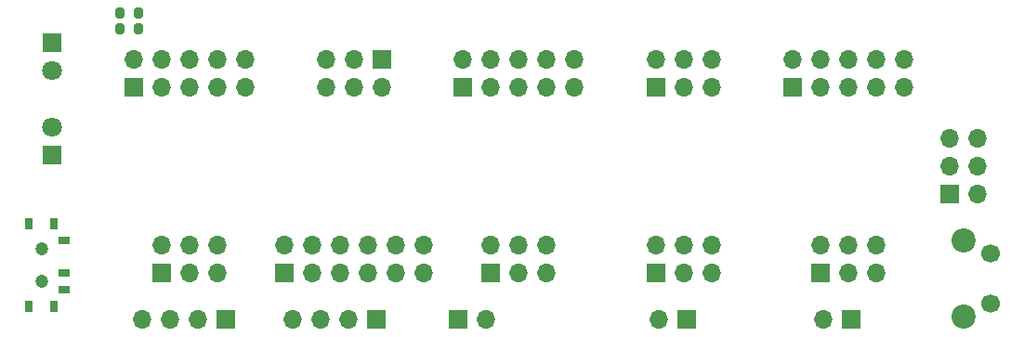
<source format=gbr>
%TF.GenerationSoftware,KiCad,Pcbnew,(6.0.0)*%
%TF.CreationDate,2022-06-06T22:52:27+03:00*%
%TF.ProjectId,link,6c696e6b-2e6b-4696-9361-645f70636258,rev?*%
%TF.SameCoordinates,Original*%
%TF.FileFunction,Soldermask,Top*%
%TF.FilePolarity,Negative*%
%FSLAX46Y46*%
G04 Gerber Fmt 4.6, Leading zero omitted, Abs format (unit mm)*
G04 Created by KiCad (PCBNEW (6.0.0)) date 2022-06-06 22:52:27*
%MOMM*%
%LPD*%
G01*
G04 APERTURE LIST*
G04 Aperture macros list*
%AMRoundRect*
0 Rectangle with rounded corners*
0 $1 Rounding radius*
0 $2 $3 $4 $5 $6 $7 $8 $9 X,Y pos of 4 corners*
0 Add a 4 corners polygon primitive as box body*
4,1,4,$2,$3,$4,$5,$6,$7,$8,$9,$2,$3,0*
0 Add four circle primitives for the rounded corners*
1,1,$1+$1,$2,$3*
1,1,$1+$1,$4,$5*
1,1,$1+$1,$6,$7*
1,1,$1+$1,$8,$9*
0 Add four rect primitives between the rounded corners*
20,1,$1+$1,$2,$3,$4,$5,0*
20,1,$1+$1,$4,$5,$6,$7,0*
20,1,$1+$1,$6,$7,$8,$9,0*
20,1,$1+$1,$8,$9,$2,$3,0*%
G04 Aperture macros list end*
%ADD10R,1.700000X1.700000*%
%ADD11O,1.700000X1.700000*%
%ADD12R,1.800000X1.800000*%
%ADD13C,1.800000*%
%ADD14C,2.200000*%
%ADD15C,1.700000*%
%ADD16RoundRect,0.200000X-0.200000X-0.275000X0.200000X-0.275000X0.200000X0.275000X-0.200000X0.275000X0*%
%ADD17C,1.200000*%
%ADD18R,1.000000X0.700000*%
%ADD19R,0.800000X1.000000*%
G04 APERTURE END LIST*
D10*
%TO.C,J16*%
X142500000Y-79000000D03*
D11*
X145040000Y-79000000D03*
%TD*%
D10*
%TO.C,J15*%
X135000000Y-79000000D03*
D11*
X132460000Y-79000000D03*
X129920000Y-79000000D03*
X127380000Y-79000000D03*
%TD*%
D12*
%TO.C,D2*%
X105500000Y-64000000D03*
D13*
X105500000Y-61460000D03*
%TD*%
D10*
%TO.C,J14*%
X163275000Y-79000000D03*
D11*
X160735000Y-79000000D03*
%TD*%
D12*
%TO.C,D1*%
X105500000Y-53725000D03*
D13*
X105500000Y-56265000D03*
%TD*%
D14*
%TO.C,SW1*%
X188500000Y-71750000D03*
X188500000Y-78750000D03*
D15*
X191000000Y-73000000D03*
X191000000Y-77500000D03*
%TD*%
D10*
%TO.C,J5*%
X187230000Y-67540000D03*
D11*
X189770000Y-67540000D03*
X187230000Y-65000000D03*
X189770000Y-65000000D03*
X187230000Y-62460000D03*
X189770000Y-62460000D03*
%TD*%
D10*
%TO.C,J12*%
X121300000Y-79000000D03*
D11*
X118760000Y-79000000D03*
X116220000Y-79000000D03*
X113680000Y-79000000D03*
%TD*%
D16*
%TO.C,R1*%
X111675000Y-51000000D03*
X113325000Y-51000000D03*
%TD*%
%TO.C,R2*%
X111675000Y-52500000D03*
X113325000Y-52500000D03*
%TD*%
D10*
%TO.C,J13*%
X178275000Y-79000000D03*
D11*
X175735000Y-79000000D03*
%TD*%
D17*
%TO.C,S1*%
X104500000Y-75500000D03*
X104500000Y-72500000D03*
D18*
X106550000Y-71750000D03*
X106550000Y-74750000D03*
X106550000Y-76250000D03*
D19*
X105650000Y-70250000D03*
X105650000Y-77750000D03*
X103350000Y-77750000D03*
X103350000Y-70250000D03*
%TD*%
D10*
%TO.C,J10*%
X160460000Y-74770000D03*
D11*
X160460000Y-72230000D03*
X163000000Y-74770000D03*
X163000000Y-72230000D03*
X165540000Y-74770000D03*
X165540000Y-72230000D03*
%TD*%
D10*
%TO.C,J9*%
X175460000Y-74770000D03*
D11*
X175460000Y-72230000D03*
X178000000Y-74770000D03*
X178000000Y-72230000D03*
X180540000Y-74770000D03*
X180540000Y-72230000D03*
%TD*%
D10*
%TO.C,J2*%
X145460000Y-74770000D03*
D11*
X145460000Y-72230000D03*
X148000000Y-74770000D03*
X148000000Y-72230000D03*
X150540000Y-74770000D03*
X150540000Y-72230000D03*
%TD*%
D10*
%TO.C,J11*%
X142920000Y-57770000D03*
D11*
X142920000Y-55230000D03*
X145460000Y-57770000D03*
X145460000Y-55230000D03*
X148000000Y-57770000D03*
X148000000Y-55230000D03*
X150540000Y-57770000D03*
X150540000Y-55230000D03*
X153080000Y-57770000D03*
X153080000Y-55230000D03*
%TD*%
D10*
%TO.C,J7*%
X115460000Y-74770000D03*
D11*
X115460000Y-72230000D03*
X118000000Y-74770000D03*
X118000000Y-72230000D03*
X120540000Y-74770000D03*
X120540000Y-72230000D03*
%TD*%
D10*
%TO.C,J8*%
X126650000Y-74770000D03*
D11*
X126650000Y-72230000D03*
X129190000Y-74770000D03*
X129190000Y-72230000D03*
X131730000Y-74770000D03*
X131730000Y-72230000D03*
X134270000Y-74770000D03*
X134270000Y-72230000D03*
X136810000Y-74770000D03*
X136810000Y-72230000D03*
X139350000Y-74770000D03*
X139350000Y-72230000D03*
%TD*%
D10*
%TO.C,J1*%
X160460000Y-57770000D03*
D11*
X160460000Y-55230000D03*
X163000000Y-57770000D03*
X163000000Y-55230000D03*
X165540000Y-57770000D03*
X165540000Y-55230000D03*
%TD*%
D10*
%TO.C,J6*%
X172920000Y-57770000D03*
D11*
X172920000Y-55230000D03*
X175460000Y-57770000D03*
X175460000Y-55230000D03*
X178000000Y-57770000D03*
X178000000Y-55230000D03*
X180540000Y-57770000D03*
X180540000Y-55230000D03*
X183080000Y-57770000D03*
X183080000Y-55230000D03*
%TD*%
D10*
%TO.C,J4*%
X135540000Y-55230000D03*
D11*
X135540000Y-57770000D03*
X133000000Y-55230000D03*
X133000000Y-57770000D03*
X130460000Y-55230000D03*
X130460000Y-57770000D03*
%TD*%
D10*
%TO.C,J3*%
X112920000Y-57770000D03*
D11*
X112920000Y-55230000D03*
X115460000Y-57770000D03*
X115460000Y-55230000D03*
X118000000Y-57770000D03*
X118000000Y-55230000D03*
X120540000Y-57770000D03*
X120540000Y-55230000D03*
X123080000Y-57770000D03*
X123080000Y-55230000D03*
%TD*%
M02*

</source>
